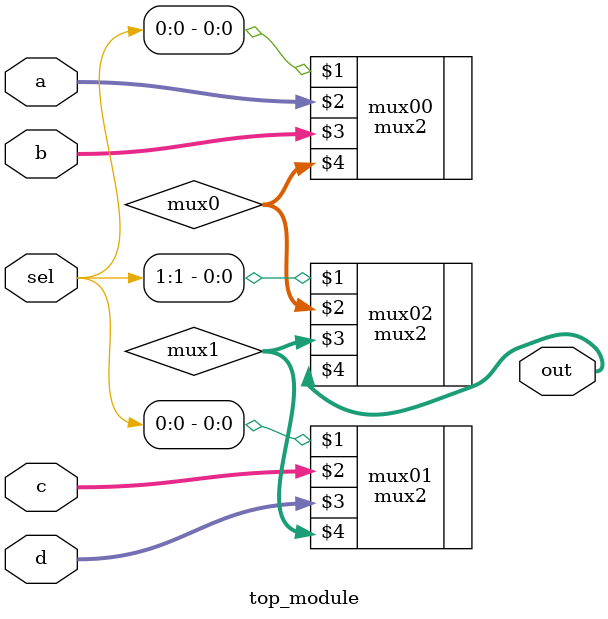
<source format=v>
module top_module (
    input [1:0] sel,
    input [7:0] a,
    input [7:0] b,
    input [7:0] c,
    input [7:0] d,
    output [7:0] out  ); //

    wire [7:0]mux0, mux1;
    mux2 mux00 ( sel[0],    a,    b, mux0 );
    mux2 mux01 ( sel[0],    c,    d, mux1 );
    mux2 mux02 ( sel[1], mux0, mux1,  out );

endmodule

</source>
